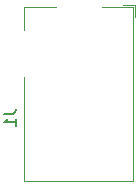
<source format=gbr>
%TF.GenerationSoftware,KiCad,Pcbnew,8.0.9*%
%TF.CreationDate,2025-12-11T14:47:33+01:00*%
%TF.ProjectId,Project,50726f6a-6563-4742-9e6b-696361645f70,rev?*%
%TF.SameCoordinates,Original*%
%TF.FileFunction,Legend,Bot*%
%TF.FilePolarity,Positive*%
%FSLAX46Y46*%
G04 Gerber Fmt 4.6, Leading zero omitted, Abs format (unit mm)*
G04 Created by KiCad (PCBNEW 8.0.9) date 2025-12-11 14:47:33*
%MOMM*%
%LPD*%
G01*
G04 APERTURE LIST*
%ADD10C,0.150000*%
%ADD11C,0.120000*%
G04 APERTURE END LIST*
D10*
X153318420Y-78875465D02*
X154032705Y-78875465D01*
X154032705Y-78875465D02*
X154175562Y-78827846D01*
X154175562Y-78827846D02*
X154270801Y-78732608D01*
X154270801Y-78732608D02*
X154318420Y-78589751D01*
X154318420Y-78589751D02*
X154318420Y-78494513D01*
X154318420Y-79875465D02*
X154318420Y-79304037D01*
X154318420Y-79589751D02*
X153318420Y-79589751D01*
X153318420Y-79589751D02*
X153461277Y-79494513D01*
X153461277Y-79494513D02*
X153556515Y-79399275D01*
X153556515Y-79399275D02*
X153604134Y-79304037D01*
D11*
%TO.C,J1*%
X164213601Y-69858799D02*
X164213602Y-84558798D01*
X164213602Y-84558798D02*
X155013602Y-84558800D01*
X155013602Y-84558800D02*
X155013601Y-75758799D01*
X164413601Y-69658799D02*
X164413601Y-70708800D01*
X161613601Y-69858798D02*
X164213601Y-69858799D01*
X155013601Y-69858799D02*
X157713602Y-69858800D01*
X155013601Y-71758799D02*
X155013601Y-69858799D01*
X164413601Y-69658799D02*
X163363601Y-69658799D01*
%TD*%
M02*

</source>
